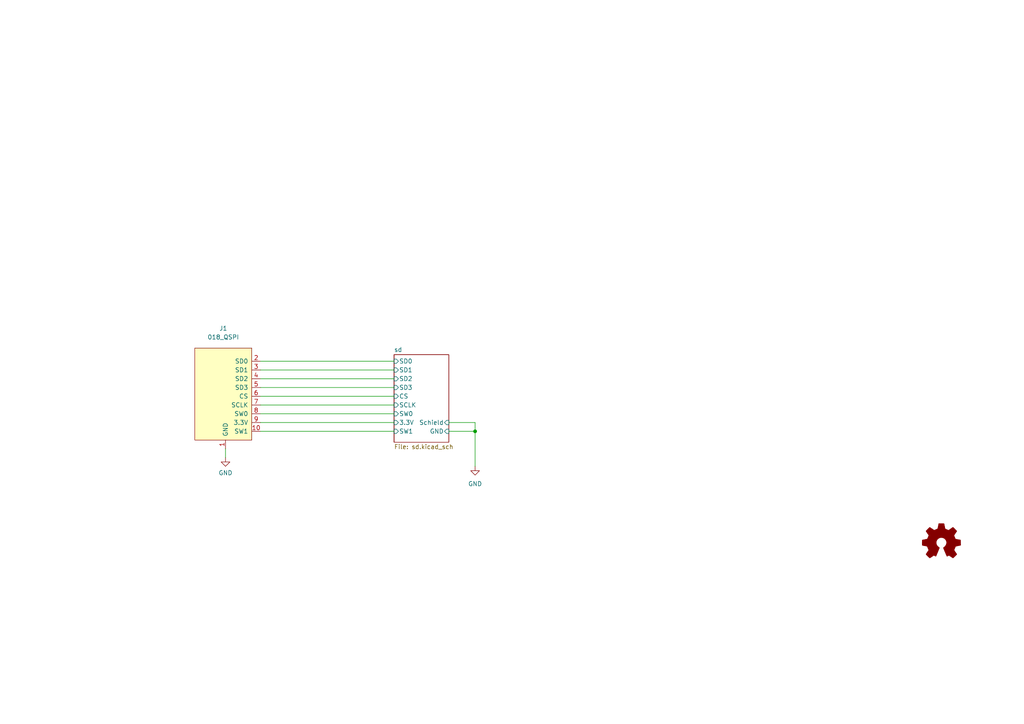
<source format=kicad_sch>
(kicad_sch (version 20211123) (generator eeschema)

  (uuid 57732dd3-1162-4c3f-88bd-31bf473d124d)

  (paper "A4")

  (lib_symbols
    (symbol "Graphic:Logo_Open_Hardware_Small" (pin_names (offset 1.016)) (in_bom yes) (on_board yes)
      (property "Reference" "#LOGO" (id 0) (at 0 6.985 0)
        (effects (font (size 1.27 1.27)) hide)
      )
      (property "Value" "Logo_Open_Hardware_Small" (id 1) (at 0 -5.715 0)
        (effects (font (size 1.27 1.27)) hide)
      )
      (property "Footprint" "" (id 2) (at 0 0 0)
        (effects (font (size 1.27 1.27)) hide)
      )
      (property "Datasheet" "~" (id 3) (at 0 0 0)
        (effects (font (size 1.27 1.27)) hide)
      )
      (property "ki_keywords" "Logo" (id 4) (at 0 0 0)
        (effects (font (size 1.27 1.27)) hide)
      )
      (property "ki_description" "Open Hardware logo, small" (id 5) (at 0 0 0)
        (effects (font (size 1.27 1.27)) hide)
      )
      (symbol "Logo_Open_Hardware_Small_0_1"
        (polyline
          (pts
            (xy 3.3528 -4.3434)
            (xy 3.302 -4.318)
            (xy 3.175 -4.2418)
            (xy 2.9972 -4.1148)
            (xy 2.7686 -3.9624)
            (xy 2.54 -3.81)
            (xy 2.3622 -3.7084)
            (xy 2.2352 -3.6068)
            (xy 2.1844 -3.5814)
            (xy 2.159 -3.6068)
            (xy 2.0574 -3.6576)
            (xy 1.905 -3.7338)
            (xy 1.8034 -3.7846)
            (xy 1.6764 -3.8354)
            (xy 1.6002 -3.8354)
            (xy 1.6002 -3.8354)
            (xy 1.5494 -3.7338)
            (xy 1.4732 -3.5306)
            (xy 1.3462 -3.302)
            (xy 1.2446 -3.0226)
            (xy 1.1176 -2.7178)
            (xy 0.9652 -2.413)
            (xy 0.8636 -2.1082)
            (xy 0.7366 -1.8288)
            (xy 0.6604 -1.6256)
            (xy 0.6096 -1.4732)
            (xy 0.5842 -1.397)
            (xy 0.5842 -1.397)
            (xy 0.6604 -1.3208)
            (xy 0.7874 -1.2446)
            (xy 1.0414 -1.016)
            (xy 1.2954 -0.6858)
            (xy 1.4478 -0.3302)
            (xy 1.524 0.0762)
            (xy 1.4732 0.4572)
            (xy 1.3208 0.8128)
            (xy 1.0668 1.143)
            (xy 0.762 1.3716)
            (xy 0.4064 1.524)
            (xy 0 1.5748)
            (xy -0.381 1.5494)
            (xy -0.7366 1.397)
            (xy -1.0668 1.143)
            (xy -1.2192 0.9906)
            (xy -1.397 0.6604)
            (xy -1.524 0.3048)
            (xy -1.524 0.2286)
            (xy -1.4986 -0.1778)
            (xy -1.397 -0.5334)
            (xy -1.1938 -0.8636)
            (xy -0.9144 -1.143)
            (xy -0.8636 -1.1684)
            (xy -0.7366 -1.27)
            (xy -0.635 -1.3462)
            (xy -0.5842 -1.397)
            (xy -1.0668 -2.5908)
            (xy -1.143 -2.794)
            (xy -1.2954 -3.1242)
            (xy -1.397 -3.4036)
            (xy -1.4986 -3.6322)
            (xy -1.5748 -3.7846)
            (xy -1.6002 -3.8354)
            (xy -1.6002 -3.8354)
            (xy -1.651 -3.8354)
            (xy -1.7272 -3.81)
            (xy -1.905 -3.7338)
            (xy -2.0066 -3.683)
            (xy -2.1336 -3.6068)
            (xy -2.2098 -3.5814)
            (xy -2.2606 -3.6068)
            (xy -2.3622 -3.683)
            (xy -2.54 -3.81)
            (xy -2.7686 -3.9624)
            (xy -2.9718 -4.0894)
            (xy -3.1496 -4.2164)
            (xy -3.302 -4.318)
            (xy -3.3528 -4.3434)
            (xy -3.3782 -4.3434)
            (xy -3.429 -4.318)
            (xy -3.5306 -4.2164)
            (xy -3.7084 -4.064)
            (xy -3.937 -3.8354)
            (xy -3.9624 -3.81)
            (xy -4.1656 -3.6068)
            (xy -4.318 -3.4544)
            (xy -4.4196 -3.3274)
            (xy -4.445 -3.2766)
            (xy -4.445 -3.2766)
            (xy -4.4196 -3.2258)
            (xy -4.318 -3.0734)
            (xy -4.2164 -2.8956)
            (xy -4.064 -2.667)
            (xy -3.6576 -2.0828)
            (xy -3.8862 -1.5494)
            (xy -3.937 -1.3716)
            (xy -4.0386 -1.1684)
            (xy -4.0894 -1.0414)
            (xy -4.1148 -0.9652)
            (xy -4.191 -0.9398)
            (xy -4.318 -0.9144)
            (xy -4.5466 -0.8636)
            (xy -4.8006 -0.8128)
            (xy -5.0546 -0.7874)
            (xy -5.2578 -0.7366)
            (xy -5.4356 -0.7112)
            (xy -5.5118 -0.6858)
            (xy -5.5118 -0.6858)
            (xy -5.5372 -0.635)
            (xy -5.5372 -0.5588)
            (xy -5.5372 -0.4318)
            (xy -5.5626 -0.2286)
            (xy -5.5626 0.0762)
            (xy -5.5626 0.127)
            (xy -5.5372 0.4064)
            (xy -5.5372 0.635)
            (xy -5.5372 0.762)
            (xy -5.5372 0.8382)
            (xy -5.5372 0.8382)
            (xy -5.461 0.8382)
            (xy -5.3086 0.889)
            (xy -5.08 0.9144)
            (xy -4.826 0.9652)
            (xy -4.8006 0.9906)
            (xy -4.5466 1.0414)
            (xy -4.318 1.0668)
            (xy -4.1656 1.1176)
            (xy -4.0894 1.143)
            (xy -4.0894 1.143)
            (xy -4.0386 1.2446)
            (xy -3.9624 1.4224)
            (xy -3.8608 1.6256)
            (xy -3.7846 1.8288)
            (xy -3.7084 2.0066)
            (xy -3.6576 2.159)
            (xy -3.6322 2.2098)
            (xy -3.6322 2.2098)
            (xy -3.683 2.286)
            (xy -3.7592 2.413)
            (xy -3.8862 2.5908)
            (xy -4.064 2.8194)
            (xy -4.064 2.8448)
            (xy -4.2164 3.0734)
            (xy -4.3434 3.2512)
            (xy -4.4196 3.3782)
            (xy -4.445 3.4544)
            (xy -4.445 3.4544)
            (xy -4.3942 3.5052)
            (xy -4.2926 3.6322)
            (xy -4.1148 3.81)
            (xy -3.937 4.0132)
            (xy -3.8608 4.064)
            (xy -3.6576 4.2926)
            (xy -3.5052 4.4196)
            (xy -3.4036 4.4958)
            (xy -3.3528 4.5212)
            (xy -3.3528 4.5212)
            (xy -3.302 4.4704)
            (xy -3.1496 4.3688)
            (xy -2.9718 4.2418)
            (xy -2.7432 4.0894)
            (xy -2.7178 4.0894)
            (xy -2.4892 3.937)
            (xy -2.3114 3.81)
            (xy -2.1844 3.7084)
            (xy -2.1336 3.683)
            (xy -2.1082 3.683)
            (xy -2.032 3.7084)
            (xy -1.8542 3.7592)
            (xy -1.6764 3.8354)
            (xy -1.4732 3.937)
            (xy -1.27 4.0132)
            (xy -1.143 4.064)
            (xy -1.0668 4.1148)
            (xy -1.0668 4.1148)
            (xy -1.0414 4.191)
            (xy -1.016 4.3434)
            (xy -0.9652 4.572)
            (xy -0.9144 4.8514)
            (xy -0.889 4.9022)
            (xy -0.8382 5.1562)
            (xy -0.8128 5.3848)
            (xy -0.7874 5.5372)
            (xy -0.762 5.588)
            (xy -0.7112 5.6134)
            (xy -0.5842 5.6134)
            (xy -0.4064 5.6134)
            (xy -0.1524 5.6134)
            (xy 0.0762 5.6134)
            (xy 0.3302 5.6134)
            (xy 0.5334 5.6134)
            (xy 0.6858 5.588)
            (xy 0.7366 5.588)
            (xy 0.7366 5.588)
            (xy 0.762 5.5118)
            (xy 0.8128 5.334)
            (xy 0.8382 5.1054)
            (xy 0.9144 4.826)
            (xy 0.9144 4.7752)
            (xy 0.9652 4.5212)
            (xy 1.016 4.2926)
            (xy 1.0414 4.1402)
            (xy 1.0668 4.0894)
            (xy 1.0668 4.0894)
            (xy 1.1938 4.0386)
            (xy 1.3716 3.9624)
            (xy 1.5748 3.8608)
            (xy 2.0828 3.6576)
            (xy 2.7178 4.0894)
            (xy 2.7686 4.1402)
            (xy 2.9972 4.2926)
            (xy 3.175 4.4196)
            (xy 3.302 4.4958)
            (xy 3.3782 4.5212)
            (xy 3.3782 4.5212)
            (xy 3.429 4.4704)
            (xy 3.556 4.3434)
            (xy 3.7338 4.191)
            (xy 3.9116 3.9878)
            (xy 4.064 3.8354)
            (xy 4.2418 3.6576)
            (xy 4.3434 3.556)
            (xy 4.4196 3.4798)
            (xy 4.4196 3.429)
            (xy 4.4196 3.4036)
            (xy 4.3942 3.3274)
            (xy 4.2926 3.2004)
            (xy 4.1656 2.9972)
            (xy 4.0132 2.794)
            (xy 3.8862 2.5908)
            (xy 3.7592 2.3876)
            (xy 3.6576 2.2352)
            (xy 3.6322 2.159)
            (xy 3.6322 2.1336)
            (xy 3.683 2.0066)
            (xy 3.7592 1.8288)
            (xy 3.8608 1.6002)
            (xy 4.064 1.1176)
            (xy 4.3942 1.0414)
            (xy 4.5974 1.016)
            (xy 4.8768 0.9652)
            (xy 5.1308 0.9144)
            (xy 5.5372 0.8382)
            (xy 5.5626 -0.6604)
            (xy 5.4864 -0.6858)
            (xy 5.4356 -0.6858)
            (xy 5.2832 -0.7366)
            (xy 5.0546 -0.762)
            (xy 4.8006 -0.8128)
            (xy 4.5974 -0.8636)
            (xy 4.3688 -0.9144)
            (xy 4.2164 -0.9398)
            (xy 4.1402 -0.9398)
            (xy 4.1148 -0.9652)
            (xy 4.064 -1.0668)
            (xy 3.9878 -1.2446)
            (xy 3.9116 -1.4478)
            (xy 3.81 -1.651)
            (xy 3.7338 -1.8542)
            (xy 3.683 -2.0066)
            (xy 3.6576 -2.0828)
            (xy 3.683 -2.1336)
            (xy 3.7846 -2.2606)
            (xy 3.8862 -2.4638)
            (xy 4.0386 -2.667)
            (xy 4.191 -2.8956)
            (xy 4.318 -3.0734)
            (xy 4.3942 -3.2004)
            (xy 4.445 -3.2766)
            (xy 4.4196 -3.3274)
            (xy 4.3434 -3.429)
            (xy 4.1656 -3.5814)
            (xy 3.937 -3.8354)
            (xy 3.8862 -3.8608)
            (xy 3.683 -4.064)
            (xy 3.5306 -4.2164)
            (xy 3.4036 -4.318)
            (xy 3.3528 -4.3434)
          )
          (stroke (width 0) (type default) (color 0 0 0 0))
          (fill (type outline))
        )
      )
    )
    (symbol "power:GND" (power) (pin_names (offset 0)) (in_bom yes) (on_board yes)
      (property "Reference" "#PWR" (id 0) (at 0 -6.35 0)
        (effects (font (size 1.27 1.27)) hide)
      )
      (property "Value" "GND" (id 1) (at 0 -3.81 0)
        (effects (font (size 1.27 1.27)))
      )
      (property "Footprint" "" (id 2) (at 0 0 0)
        (effects (font (size 1.27 1.27)) hide)
      )
      (property "Datasheet" "" (id 3) (at 0 0 0)
        (effects (font (size 1.27 1.27)) hide)
      )
      (property "ki_keywords" "power-flag" (id 4) (at 0 0 0)
        (effects (font (size 1.27 1.27)) hide)
      )
      (property "ki_description" "Power symbol creates a global label with name \"GND\" , ground" (id 5) (at 0 0 0)
        (effects (font (size 1.27 1.27)) hide)
      )
      (symbol "GND_0_1"
        (polyline
          (pts
            (xy 0 0)
            (xy 0 -1.27)
            (xy 1.27 -1.27)
            (xy 0 -2.54)
            (xy -1.27 -1.27)
            (xy 0 -1.27)
          )
          (stroke (width 0) (type default) (color 0 0 0 0))
          (fill (type none))
        )
      )
      (symbol "GND_1_1"
        (pin power_in line (at 0 0 270) (length 0) hide
          (name "GND" (effects (font (size 1.27 1.27))))
          (number "1" (effects (font (size 1.27 1.27))))
        )
      )
    )
    (symbol "put_on_edge:018_QSPI" (pin_names (offset 1.016)) (in_bom yes) (on_board yes)
      (property "Reference" "J" (id 0) (at -2.54 13.97 0)
        (effects (font (size 1.27 1.27)))
      )
      (property "Value" "018_QSPI" (id 1) (at 8.89 13.97 0)
        (effects (font (size 1.27 1.27)))
      )
      (property "Footprint" "" (id 2) (at 7.62 16.51 0)
        (effects (font (size 1.27 1.27)) hide)
      )
      (property "Datasheet" "" (id 3) (at 7.62 16.51 0)
        (effects (font (size 1.27 1.27)) hide)
      )
      (symbol "018_QSPI_0_1"
        (rectangle (start -8.89 12.7) (end 7.62 -13.97)
          (stroke (width 0) (type default) (color 0 0 0 0))
          (fill (type background))
        )
      )
      (symbol "018_QSPI_1_1"
        (pin power_in line (at -1.27 -16.51 90) (length 2.54)
          (name "GND" (effects (font (size 1.27 1.27))))
          (number "1" (effects (font (size 1.27 1.27))))
        )
        (pin bidirectional line (at -11.43 -11.43 0) (length 2.54)
          (name "SW1" (effects (font (size 1.27 1.27))))
          (number "10" (effects (font (size 1.27 1.27))))
        )
        (pin bidirectional line (at -11.43 8.89 0) (length 2.54)
          (name "SD0" (effects (font (size 1.27 1.27))))
          (number "2" (effects (font (size 1.27 1.27))))
        )
        (pin bidirectional line (at -11.43 6.35 0) (length 2.54)
          (name "SD1" (effects (font (size 1.27 1.27))))
          (number "3" (effects (font (size 1.27 1.27))))
        )
        (pin bidirectional line (at -11.43 3.81 0) (length 2.54)
          (name "SD2" (effects (font (size 1.27 1.27))))
          (number "4" (effects (font (size 1.27 1.27))))
        )
        (pin bidirectional line (at -11.43 1.27 0) (length 2.54)
          (name "SD3" (effects (font (size 1.27 1.27))))
          (number "5" (effects (font (size 1.27 1.27))))
        )
        (pin bidirectional line (at -11.43 -1.27 0) (length 2.54)
          (name "CS" (effects (font (size 1.27 1.27))))
          (number "6" (effects (font (size 1.27 1.27))))
        )
        (pin bidirectional line (at -11.43 -3.81 0) (length 2.54)
          (name "SCLK" (effects (font (size 1.27 1.27))))
          (number "7" (effects (font (size 1.27 1.27))))
        )
        (pin bidirectional line (at -11.43 -6.35 0) (length 2.54)
          (name "SW0" (effects (font (size 1.27 1.27))))
          (number "8" (effects (font (size 1.27 1.27))))
        )
        (pin bidirectional line (at -11.43 -8.89 0) (length 2.54)
          (name "3.3V" (effects (font (size 1.27 1.27))))
          (number "9" (effects (font (size 1.27 1.27))))
        )
      )
    )
  )

  (junction (at 137.795 125.095) (diameter 0) (color 0 0 0 0)
    (uuid 3fabcf60-0939-4b2a-8b3b-3ef9eb9da023)
  )

  (wire (pts (xy 75.565 114.935) (xy 114.3 114.935))
    (stroke (width 0) (type default) (color 0 0 0 0))
    (uuid 06cb303a-831e-4889-ad71-be5a838ec7a9)
  )
  (wire (pts (xy 75.565 109.855) (xy 114.3 109.855))
    (stroke (width 0) (type default) (color 0 0 0 0))
    (uuid 08321ec6-2969-46b5-a48a-83848a2d362d)
  )
  (wire (pts (xy 65.405 130.175) (xy 65.405 132.715))
    (stroke (width 0) (type default) (color 0 0 0 0))
    (uuid 21ff1f2f-c201-4749-ad95-19bffd80ab09)
  )
  (wire (pts (xy 130.175 122.555) (xy 137.795 122.555))
    (stroke (width 0) (type default) (color 0 0 0 0))
    (uuid 484bc480-b845-4679-a937-5fb49ee8fd88)
  )
  (wire (pts (xy 75.565 107.315) (xy 114.3 107.315))
    (stroke (width 0) (type default) (color 0 0 0 0))
    (uuid 580aaafa-cccc-47df-85f3-b426dfe4d1f4)
  )
  (wire (pts (xy 75.565 104.775) (xy 114.3 104.775))
    (stroke (width 0) (type default) (color 0 0 0 0))
    (uuid 596bbf2e-a366-4569-9f10-2eb307259c52)
  )
  (wire (pts (xy 137.795 125.095) (xy 137.795 135.255))
    (stroke (width 0) (type default) (color 0 0 0 0))
    (uuid 5a1fc14d-1d6f-444c-82b2-77ce3f0eeb3f)
  )
  (wire (pts (xy 75.565 120.015) (xy 114.3 120.015))
    (stroke (width 0) (type default) (color 0 0 0 0))
    (uuid ab6f6b9f-cff0-4962-a591-1964854a46d4)
  )
  (wire (pts (xy 130.175 125.095) (xy 137.795 125.095))
    (stroke (width 0) (type default) (color 0 0 0 0))
    (uuid b5f50e6e-6728-4454-96f5-44e0bc388ce5)
  )
  (wire (pts (xy 75.565 117.475) (xy 114.3 117.475))
    (stroke (width 0) (type default) (color 0 0 0 0))
    (uuid cb7649ca-3e6e-493c-a4b1-61c4ee0a5631)
  )
  (wire (pts (xy 137.795 122.555) (xy 137.795 125.095))
    (stroke (width 0) (type default) (color 0 0 0 0))
    (uuid d1a5c86b-3149-4f80-a32b-a55321591856)
  )
  (wire (pts (xy 75.565 125.095) (xy 114.3 125.095))
    (stroke (width 0) (type default) (color 0 0 0 0))
    (uuid d307a5a4-d9f1-4f36-a4a9-6b7351acd139)
  )
  (wire (pts (xy 75.565 122.555) (xy 114.3 122.555))
    (stroke (width 0) (type default) (color 0 0 0 0))
    (uuid efe15a51-27c8-45c5-b3bf-d2818bb1b5a7)
  )
  (wire (pts (xy 75.565 112.395) (xy 114.3 112.395))
    (stroke (width 0) (type default) (color 0 0 0 0))
    (uuid f815374a-ee02-4e65-a23d-d711de87ccc0)
  )

  (symbol (lib_id "put_on_edge:018_QSPI") (at 64.135 113.665 0) (mirror y) (unit 1)
    (in_bom yes) (on_board yes) (fields_autoplaced)
    (uuid 174a89b3-8f3d-41d1-b3f7-181434a0694d)
    (property "Reference" "J1" (id 0) (at 64.77 95.25 0))
    (property "Value" "018_QSPI" (id 1) (at 64.77 97.79 0))
    (property "Footprint" "on_edge:on_edge_2x05_host" (id 2) (at 56.515 97.155 0)
      (effects (font (size 1.27 1.27)) hide)
    )
    (property "Datasheet" "" (id 3) (at 56.515 97.155 0)
      (effects (font (size 1.27 1.27)) hide)
    )
    (pin "1" (uuid 29a5cea6-fe76-46e8-b5df-c8fb77a97a2f))
    (pin "10" (uuid d05653ac-a2bf-4f86-871c-fc42369b0733))
    (pin "2" (uuid 49bde2aa-c749-4ad9-8f39-7670ae08553a))
    (pin "3" (uuid dd00f6fc-36af-43ee-a849-8a3fd5144ef2))
    (pin "4" (uuid a9d42e12-1b93-4176-8a63-aa5290b42c82))
    (pin "5" (uuid 6169e88b-5a1e-4031-aac0-a5b940ffb109))
    (pin "6" (uuid 8f3cc0c6-2c6b-4f2a-a16d-837e990c8182))
    (pin "7" (uuid 85a100d3-00ac-4789-9404-62417bb1c4e9))
    (pin "8" (uuid 103f79c5-1c6b-4051-b962-ce3cec987ac8))
    (pin "9" (uuid af068df3-ac44-4927-b89e-f11a376e9266))
  )

  (symbol (lib_id "power:GND") (at 65.405 132.715 0) (unit 1)
    (in_bom yes) (on_board yes) (fields_autoplaced)
    (uuid 1927e9c2-68d9-4e21-a219-b67e3e7a3cfd)
    (property "Reference" "#PWR0101" (id 0) (at 65.405 139.065 0)
      (effects (font (size 1.27 1.27)) hide)
    )
    (property "Value" "GND" (id 1) (at 65.405 137.16 0))
    (property "Footprint" "" (id 2) (at 65.405 132.715 0)
      (effects (font (size 1.27 1.27)) hide)
    )
    (property "Datasheet" "" (id 3) (at 65.405 132.715 0)
      (effects (font (size 1.27 1.27)) hide)
    )
    (pin "1" (uuid 2d6701b4-a13b-46f8-b588-17d9bc7a461e))
  )

  (symbol (lib_id "power:GND") (at 137.795 135.255 0) (unit 1)
    (in_bom yes) (on_board yes) (fields_autoplaced)
    (uuid 971afa99-5d33-4a72-a8e1-edd3c45138ed)
    (property "Reference" "#PWR0102" (id 0) (at 137.795 141.605 0)
      (effects (font (size 1.27 1.27)) hide)
    )
    (property "Value" "GND" (id 1) (at 137.795 140.335 0))
    (property "Footprint" "" (id 2) (at 137.795 135.255 0)
      (effects (font (size 1.27 1.27)) hide)
    )
    (property "Datasheet" "" (id 3) (at 137.795 135.255 0)
      (effects (font (size 1.27 1.27)) hide)
    )
    (pin "1" (uuid 0e12e353-ffd6-4e27-8957-653e209f57b0))
  )

  (symbol (lib_id "Graphic:Logo_Open_Hardware_Small") (at 273.05 157.48 0) (unit 1)
    (in_bom yes) (on_board yes) (fields_autoplaced)
    (uuid b72b6f4a-7489-40f2-bb90-d75ae01aa368)
    (property "Reference" "LOGO1" (id 0) (at 273.05 150.495 0)
      (effects (font (size 1.27 1.27)) hide)
    )
    (property "Value" "Logo_Open_Hardware_Small" (id 1) (at 273.05 163.195 0)
      (effects (font (size 1.27 1.27)) hide)
    )
    (property "Footprint" "Symbol:OSHW-Symbol_6.7x6mm_SilkScreen" (id 2) (at 273.05 157.48 0)
      (effects (font (size 1.27 1.27)) hide)
    )
    (property "Datasheet" "~" (id 3) (at 273.05 157.48 0)
      (effects (font (size 1.27 1.27)) hide)
    )
  )

  (sheet (at 114.3 102.87) (size 15.875 25.4) (fields_autoplaced)
    (stroke (width 0.1524) (type solid) (color 0 0 0 0))
    (fill (color 0 0 0 0.0000))
    (uuid 767ce4c6-0e55-4543-92f0-34cb8237a544)
    (property "Sheet name" "sd" (id 0) (at 114.3 102.1584 0)
      (effects (font (size 1.27 1.27)) (justify left bottom))
    )
    (property "Sheet file" "sd.kicad_sch" (id 1) (at 114.3 128.8546 0)
      (effects (font (size 1.27 1.27)) (justify left top))
    )
    (pin "GND" input (at 130.175 125.095 0)
      (effects (font (size 1.27 1.27)) (justify right))
      (uuid 466cf29f-04d2-4303-aa26-8ec28548d2f2)
    )
    (pin "SD0" input (at 114.3 104.775 180)
      (effects (font (size 1.27 1.27)) (justify left))
      (uuid 83ceafc9-494b-4a9b-8283-878966c5d097)
    )
    (pin "SD1" input (at 114.3 107.315 180)
      (effects (font (size 1.27 1.27)) (justify left))
      (uuid a64a2e05-047c-4072-8e0f-d297352ddf8a)
    )
    (pin "SD2" input (at 114.3 109.855 180)
      (effects (font (size 1.27 1.27)) (justify left))
      (uuid 967b30b3-bbb2-4937-8a7e-d610b99f45c1)
    )
    (pin "SD3" input (at 114.3 112.395 180)
      (effects (font (size 1.27 1.27)) (justify left))
      (uuid ec4c776c-0097-410d-aaa8-90e4661d424f)
    )
    (pin "3.3V" input (at 114.3 122.555 180)
      (effects (font (size 1.27 1.27)) (justify left))
      (uuid 5a5e3b04-59e3-4c85-9c8d-33f88c95d3ac)
    )
    (pin "CS" input (at 114.3 114.935 180)
      (effects (font (size 1.27 1.27)) (justify left))
      (uuid c0e8a042-f45a-4ffb-a941-15abfb0bd164)
    )
    (pin "SCLK" input (at 114.3 117.475 180)
      (effects (font (size 1.27 1.27)) (justify left))
      (uuid b0e2a5b6-150b-4384-a07a-c92c739c298c)
    )
    (pin "SW1" input (at 114.3 125.095 180)
      (effects (font (size 1.27 1.27)) (justify left))
      (uuid 79ea9cc8-d3a3-4222-945c-3d8506088081)
    )
    (pin "SW0" input (at 114.3 120.015 180)
      (effects (font (size 1.27 1.27)) (justify left))
      (uuid 87da07bc-2391-4d09-a62b-df597e2ffb0e)
    )
    (pin "Schield" input (at 130.175 122.555 0)
      (effects (font (size 1.27 1.27)) (justify right))
      (uuid 1471c066-047a-48a0-be67-e10a66fa0ec9)
    )
  )

  (sheet_instances
    (path "/" (page "1"))
    (path "/767ce4c6-0e55-4543-92f0-34cb8237a544" (page "2"))
  )

  (symbol_instances
    (path "/1927e9c2-68d9-4e21-a219-b67e3e7a3cfd"
      (reference "#PWR0101") (unit 1) (value "GND") (footprint "")
    )
    (path "/971afa99-5d33-4a72-a8e1-edd3c45138ed"
      (reference "#PWR0102") (unit 1) (value "GND") (footprint "")
    )
    (path "/174a89b3-8f3d-41d1-b3f7-181434a0694d"
      (reference "J1") (unit 1) (value "018_QSPI") (footprint "on_edge:on_edge_2x05_host")
    )
    (path "/767ce4c6-0e55-4543-92f0-34cb8237a544/29aa6c54-000b-4f3b-8b94-9c01291091d9"
      (reference "J2") (unit 1) (value "Micro_SD_Card_Det") (footprint "Connector_Card:microSD_HC_Molex_104031-0811")
    )
    (path "/b72b6f4a-7489-40f2-bb90-d75ae01aa368"
      (reference "LOGO1") (unit 1) (value "Logo_Open_Hardware_Small") (footprint "Symbol:OSHW-Symbol_6.7x6mm_SilkScreen")
    )
  )
)

</source>
